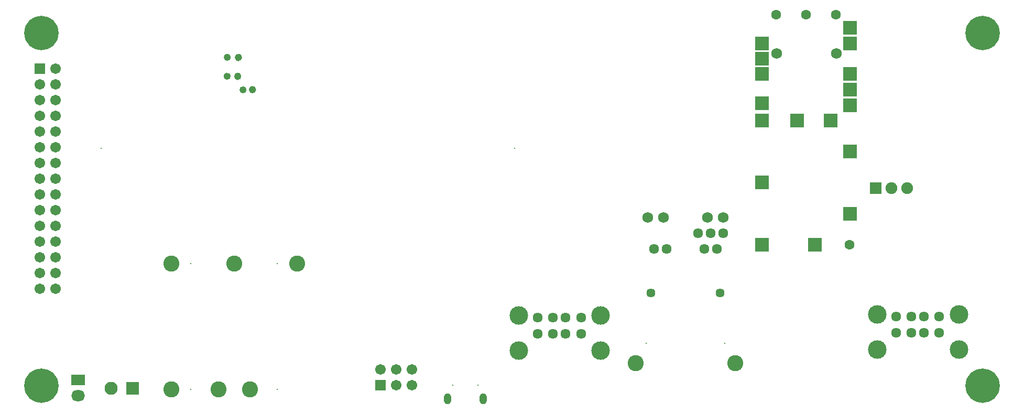
<source format=gbs>
G04*
G04 #@! TF.GenerationSoftware,Altium Limited,Altium Designer,21.2.2 (38)*
G04*
G04 Layer_Color=16711935*
%FSAX25Y25*%
%MOIN*%
G70*
G04*
G04 #@! TF.SameCoordinates,D0FF6B23-36CC-4740-AB7B-40CE6848005B*
G04*
G04*
G04 #@! TF.FilePolarity,Negative*
G04*
G01*
G75*
%ADD76C,0.06706*%
%ADD77R,0.06706X0.06706*%
%ADD128C,0.11824*%
%ADD129C,0.06343*%
%ADD130C,0.21850*%
%ADD131R,0.00800X0.00800*%
%ADD132R,0.06706X0.06706*%
%ADD133C,0.06312*%
%ADD134R,0.08674X0.08674*%
%ADD135C,0.06902*%
%ADD136C,0.00800*%
%ADD137C,0.05721*%
%ADD138C,0.10249*%
%ADD139C,0.06824*%
%ADD140R,0.08674X0.07099*%
%ADD141O,0.08674X0.07099*%
%ADD142R,0.08280X0.08280*%
%ADD143C,0.08280*%
%ADD144C,0.07493*%
%ADD145R,0.07493X0.07493*%
%ADD146O,0.04737X0.07099*%
%ADD213C,0.02400*%
%ADD214C,0.01587*%
D76*
X0815748Y0131795D02*
D03*
X0825748Y0121795D02*
D03*
Y0131795D02*
D03*
X0835748Y0121795D02*
D03*
Y0131795D02*
D03*
X0609264Y0322988D02*
D03*
X0599264Y0312988D02*
D03*
X0609264D02*
D03*
X0599264Y0302988D02*
D03*
X0609264D02*
D03*
X0599264Y0292988D02*
D03*
X0609264D02*
D03*
X0599264Y0282988D02*
D03*
X0609264D02*
D03*
X0599264Y0272988D02*
D03*
X0609264D02*
D03*
X0599264Y0262988D02*
D03*
X0609264D02*
D03*
X0599264Y0252988D02*
D03*
X0609264D02*
D03*
X0599264Y0242988D02*
D03*
X0609264D02*
D03*
X0599264Y0232988D02*
D03*
X0609264D02*
D03*
X0599264Y0222988D02*
D03*
X0609264D02*
D03*
X0599264Y0212988D02*
D03*
X0609264D02*
D03*
X0599264Y0202988D02*
D03*
X0609264D02*
D03*
X0599264Y0192988D02*
D03*
X0609264D02*
D03*
X0599264Y0182988D02*
D03*
X0609264D02*
D03*
D77*
X0599264Y0322988D02*
D03*
D128*
X1183713Y0144484D02*
D03*
Y0166846D02*
D03*
X1131744Y0144484D02*
D03*
Y0166846D02*
D03*
X0955742Y0143626D02*
D03*
Y0165988D02*
D03*
X0903774Y0143626D02*
D03*
Y0165988D02*
D03*
D129*
X1143752Y0165488D02*
D03*
X1171311D02*
D03*
X1153594D02*
D03*
X1161469D02*
D03*
Y0155154D02*
D03*
X1153594D02*
D03*
X1171311D02*
D03*
X1143752D02*
D03*
X1029728Y0208295D02*
D03*
X1021736D02*
D03*
X0997760D02*
D03*
X0989768D02*
D03*
X1033724Y0218295D02*
D03*
X1025732D02*
D03*
X1017740D02*
D03*
X0915781Y0164630D02*
D03*
X0943340D02*
D03*
X0925624D02*
D03*
X0933498D02*
D03*
X0943340Y0154295D02*
D03*
X0915781D02*
D03*
X0925624D02*
D03*
X0933498D02*
D03*
D130*
X1198673Y0345705D02*
D03*
X0600248Y0121295D02*
D03*
X1198673D02*
D03*
X0600248Y0345705D02*
D03*
D131*
X0877709Y0121689D02*
D03*
X0861764D02*
D03*
D132*
X0815748Y0121795D02*
D03*
D133*
X1067604Y0357374D02*
D03*
X1114311Y0211165D02*
D03*
X1105404Y0357374D02*
D03*
X1086502D02*
D03*
D134*
X1114604Y0299832D02*
D03*
X1058504Y0329374D02*
D03*
Y0289974D02*
D03*
Y0250574D02*
D03*
Y0319574D02*
D03*
Y0301074D02*
D03*
Y0211174D02*
D03*
X1080904Y0289974D02*
D03*
X1102104D02*
D03*
X1114604Y0270274D02*
D03*
Y0230874D02*
D03*
X1092304Y0211174D02*
D03*
X1114604Y0309674D02*
D03*
Y0319574D02*
D03*
Y0339174D02*
D03*
Y0349074D02*
D03*
X1058504Y0339174D02*
D03*
D135*
X1067756Y0332622D02*
D03*
X1105649Y0332819D02*
D03*
D136*
X0638006Y0272404D02*
D03*
X0900998D02*
D03*
X1034748Y0148295D02*
D03*
X0984748D02*
D03*
X0750228Y0119045D02*
D03*
Y0199045D02*
D03*
X0695228Y0119045D02*
D03*
Y0199045D02*
D03*
D137*
X0987740Y0180264D02*
D03*
X1031756D02*
D03*
D138*
X1041500Y0135775D02*
D03*
X0977996D02*
D03*
X0732748Y0119045D02*
D03*
X0712748D02*
D03*
X0722748Y0199045D02*
D03*
X0682748D02*
D03*
Y0119045D02*
D03*
X0762748Y0199045D02*
D03*
D139*
X1033744Y0228295D02*
D03*
X1023744D02*
D03*
X0995752D02*
D03*
X0985752D02*
D03*
D140*
X0623378Y0124996D02*
D03*
D141*
Y0114996D02*
D03*
D142*
X0658278Y0119795D02*
D03*
D143*
X0644498D02*
D03*
D144*
X1150937Y0246984D02*
D03*
X1140937D02*
D03*
D145*
X1130937D02*
D03*
D146*
X0858429Y0113224D02*
D03*
X0881067D02*
D03*
D213*
X0729498Y0309622D02*
G03*
X0729498Y0309622I-0001100J0000000D01*
G01*
X0735501Y0309622D02*
G03*
X0735501Y0309622I-0001100J0000000D01*
G01*
Y0309841D02*
G03*
X0735501Y0309841I-0001100J0000000D01*
G01*
X0719360Y0318283D02*
G03*
X0719360Y0318283I-0001100J0000000D01*
G01*
X0726151Y0318084D02*
G03*
X0726151Y0318084I-0001100J0000000D01*
G01*
Y0318304D02*
G03*
X0726151Y0318304I-0001100J0000000D01*
G01*
X0719458Y0330292D02*
G03*
X0719458Y0330292I-0001100J0000000D01*
G01*
X0726545Y0330094D02*
G03*
X0726545Y0330094I-0001100J0000000D01*
G01*
Y0330314D02*
G03*
X0726545Y0330314I-0001100J0000000D01*
G01*
D214*
X0728398Y0308402D02*
D03*
Y0310862D02*
D03*
X0734402Y0308401D02*
D03*
Y0311062D02*
D03*
X0718260Y0317063D02*
D03*
Y0319523D02*
D03*
X0725051Y0316864D02*
D03*
Y0319524D02*
D03*
X0718358Y0329071D02*
D03*
Y0331532D02*
D03*
X0725445Y0328874D02*
D03*
Y0331534D02*
D03*
M02*

</source>
